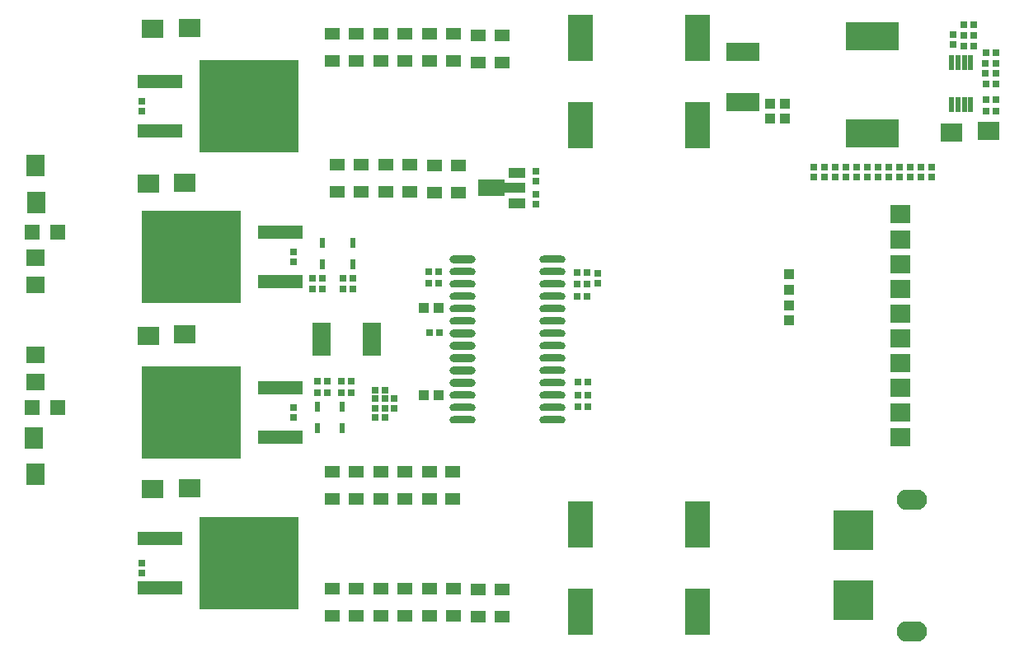
<source format=gts>
G04*
G04 #@! TF.GenerationSoftware,Altium Limited,Altium Designer,18.1.7 (191)*
G04*
G04 Layer_Color=8388736*
%FSLAX44Y44*%
%MOMM*%
G71*
G01*
G75*
%ADD40O,2.7016X0.8016*%
%ADD41O,2.7016X0.7620*%
%ADD42R,0.7016X0.7016*%
%ADD43R,1.9016X1.7016*%
%ADD44R,1.0816X1.0316*%
%ADD45R,3.5016X1.9016*%
%ADD46R,10.2616X9.6016*%
%ADD47R,4.6016X1.3516*%
%ADD48R,2.3016X1.9016*%
%ADD49R,0.5516X1.1016*%
%ADD50R,1.0316X1.0816*%
%ADD51R,1.6016X1.3016*%
%ADD52R,2.6016X4.7016*%
%ADD53R,1.6016X1.6016*%
%ADD54R,2.7016X1.8016*%
%ADD55R,1.8016X1.0016*%
%ADD56R,2.6016X1.0016*%
G04:AMPARAMS|DCode=57|XSize=1.5716mm|YSize=0.5816mm|CornerRadius=0.1108mm|HoleSize=0mm|Usage=FLASHONLY|Rotation=90.000|XOffset=0mm|YOffset=0mm|HoleType=Round|Shape=RoundedRectangle|*
%AMROUNDEDRECTD57*
21,1,1.5716,0.3600,0,0,90.0*
21,1,1.3500,0.5816,0,0,90.0*
1,1,0.2216,0.1800,0.6750*
1,1,0.2216,0.1800,-0.6750*
1,1,0.2216,-0.1800,-0.6750*
1,1,0.2216,-0.1800,0.6750*
%
%ADD57ROUNDEDRECTD57*%
%ADD58R,5.5016X3.0016*%
%ADD59R,0.7016X0.7016*%
%ADD60R,1.9016X3.5016*%
%ADD61R,1.9016X2.3016*%
%ADD62R,4.1016X4.1016*%
%ADD63O,3.1016X2.1016*%
%ADD64R,2.1016X1.9016*%
D40*
X1189000Y627550D02*
D03*
Y551350D02*
D03*
Y538650D02*
D03*
Y525950D02*
D03*
Y513250D02*
D03*
Y500550D02*
D03*
D41*
Y614850D02*
D03*
Y602150D02*
D03*
Y589450D02*
D03*
Y576750D02*
D03*
Y564050D02*
D03*
Y487850D02*
D03*
Y475150D02*
D03*
Y462450D02*
D03*
X1281000Y627550D02*
D03*
Y614850D02*
D03*
Y602150D02*
D03*
Y589450D02*
D03*
Y576750D02*
D03*
Y564050D02*
D03*
Y551350D02*
D03*
Y538650D02*
D03*
Y525950D02*
D03*
Y513250D02*
D03*
Y500550D02*
D03*
Y487850D02*
D03*
Y475150D02*
D03*
Y462450D02*
D03*
D42*
X1098920Y484000D02*
D03*
X1109080D02*
D03*
X1317080Y589000D02*
D03*
X1306920D02*
D03*
X1317080Y602000D02*
D03*
X1306920D02*
D03*
X1318080Y488000D02*
D03*
X1307920D02*
D03*
X1098920Y474000D02*
D03*
X1109080D02*
D03*
X1164080Y615000D02*
D03*
X1153920D02*
D03*
X1050000Y502000D02*
D03*
X1039840D02*
D03*
X1050000Y490000D02*
D03*
X1039840D02*
D03*
X1045080Y597000D02*
D03*
X1034920D02*
D03*
X1045080Y608000D02*
D03*
X1034920D02*
D03*
X1075080Y502000D02*
D03*
X1064920D02*
D03*
X1075080Y490000D02*
D03*
X1064920D02*
D03*
X1076080Y597000D02*
D03*
X1065920D02*
D03*
X1076080Y608000D02*
D03*
X1065920D02*
D03*
X1165080Y552000D02*
D03*
X1154920D02*
D03*
X1317080Y614000D02*
D03*
X1306920D02*
D03*
X1318080Y476000D02*
D03*
X1307920D02*
D03*
X1153920Y603000D02*
D03*
X1164080D02*
D03*
X1098920Y465000D02*
D03*
X1109080D02*
D03*
X1098920Y493000D02*
D03*
X1109080D02*
D03*
X1737080Y808000D02*
D03*
X1726920D02*
D03*
X1737080Y780000D02*
D03*
X1726920D02*
D03*
Y792000D02*
D03*
X1737080D02*
D03*
X1726920Y840000D02*
D03*
X1737080D02*
D03*
X1703920Y847000D02*
D03*
X1714080D02*
D03*
Y858000D02*
D03*
X1703920D02*
D03*
X1703920Y869000D02*
D03*
X1714080D02*
D03*
X1318080Y501000D02*
D03*
X1307920D02*
D03*
D43*
X750000Y629000D02*
D03*
Y601000D02*
D03*
Y501000D02*
D03*
Y529000D02*
D03*
D44*
X1524000Y579700D02*
D03*
Y564300D02*
D03*
X1505000Y772300D02*
D03*
Y787700D02*
D03*
X1520000Y772300D02*
D03*
Y787700D02*
D03*
X1524000Y611700D02*
D03*
Y596300D02*
D03*
D45*
X1477000Y789000D02*
D03*
Y841000D02*
D03*
D46*
X910000Y630000D02*
D03*
X970000Y785000D02*
D03*
X910000Y470000D02*
D03*
X970000Y315000D02*
D03*
D47*
X1001440Y604600D02*
D03*
Y655400D02*
D03*
X878560Y810400D02*
D03*
Y759600D02*
D03*
X1001440Y444600D02*
D03*
Y495400D02*
D03*
X878560Y340400D02*
D03*
Y289600D02*
D03*
D48*
X866000Y705000D02*
D03*
X904000Y706000D02*
D03*
X1729000Y759000D02*
D03*
X1691000Y758000D02*
D03*
X871000Y864000D02*
D03*
X909000Y865000D02*
D03*
X904000Y550000D02*
D03*
X866000Y549000D02*
D03*
X871000Y391000D02*
D03*
X909000Y392000D02*
D03*
D49*
X1076000Y622000D02*
D03*
Y644000D02*
D03*
X1040000Y476000D02*
D03*
Y454000D02*
D03*
X1045000Y622000D02*
D03*
Y644000D02*
D03*
X1065000Y476000D02*
D03*
Y454000D02*
D03*
D50*
X1164700Y488000D02*
D03*
X1149300D02*
D03*
X1149300Y577000D02*
D03*
X1164700D02*
D03*
D51*
X1080000Y858954D02*
D03*
Y831046D02*
D03*
X1160000Y696046D02*
D03*
Y723954D02*
D03*
X1055034Y289002D02*
D03*
Y261094D02*
D03*
X1230000Y260046D02*
D03*
Y287954D02*
D03*
X1054968Y408906D02*
D03*
Y380998D02*
D03*
X1079968Y408906D02*
D03*
Y380998D02*
D03*
X1129967Y408906D02*
D03*
Y380998D02*
D03*
X1105000Y858954D02*
D03*
Y831046D02*
D03*
X1055000Y858954D02*
D03*
Y831046D02*
D03*
X1179000Y408954D02*
D03*
Y381046D02*
D03*
X1185000Y696046D02*
D03*
Y723954D02*
D03*
X1104967Y408906D02*
D03*
Y380998D02*
D03*
X1205000Y260046D02*
D03*
Y287954D02*
D03*
X1154967Y408906D02*
D03*
Y380998D02*
D03*
X1180000Y261046D02*
D03*
Y288954D02*
D03*
X1155033Y261094D02*
D03*
Y289002D02*
D03*
X1130034Y261094D02*
D03*
Y289002D02*
D03*
X1105034Y261094D02*
D03*
Y289002D02*
D03*
X1080034Y261094D02*
D03*
Y289002D02*
D03*
X1130000Y858954D02*
D03*
Y831046D02*
D03*
X1155000Y858954D02*
D03*
Y831046D02*
D03*
X1180000Y858954D02*
D03*
Y831046D02*
D03*
X1135000Y697046D02*
D03*
Y724954D02*
D03*
X1110000Y697046D02*
D03*
Y724954D02*
D03*
X1085000Y697046D02*
D03*
Y724954D02*
D03*
X1060000Y697046D02*
D03*
Y724954D02*
D03*
X1205000Y857954D02*
D03*
Y830046D02*
D03*
X1229966Y857906D02*
D03*
Y829998D02*
D03*
D52*
X1430000Y765000D02*
D03*
Y855000D02*
D03*
X1310000Y355000D02*
D03*
Y265000D02*
D03*
X1430000Y355000D02*
D03*
Y265000D02*
D03*
X1310000Y765000D02*
D03*
Y855000D02*
D03*
D53*
X772954Y655000D02*
D03*
X747046D02*
D03*
X772954Y475000D02*
D03*
X747046D02*
D03*
D54*
X1219000Y701000D02*
D03*
D55*
X1245000Y716000D02*
D03*
Y685000D02*
D03*
D56*
X1241000Y701000D02*
D03*
D57*
X1691250Y786500D02*
D03*
X1697750D02*
D03*
X1704250D02*
D03*
X1710750D02*
D03*
Y829500D02*
D03*
X1704250D02*
D03*
X1697750D02*
D03*
X1691250D02*
D03*
D58*
X1610000Y857000D02*
D03*
Y757000D02*
D03*
D59*
X1671000Y722080D02*
D03*
Y711920D02*
D03*
X1015000Y475080D02*
D03*
Y464920D02*
D03*
Y624920D02*
D03*
Y635080D02*
D03*
X860000Y790080D02*
D03*
Y779920D02*
D03*
Y304920D02*
D03*
Y315080D02*
D03*
X1119000Y473920D02*
D03*
Y484080D02*
D03*
X1264000Y707920D02*
D03*
Y718080D02*
D03*
Y694080D02*
D03*
Y683920D02*
D03*
X1627000Y711920D02*
D03*
Y722080D02*
D03*
X1616000Y711920D02*
D03*
Y722080D02*
D03*
X1605000Y712000D02*
D03*
Y722160D02*
D03*
X1594000Y711920D02*
D03*
Y722080D02*
D03*
X1583000Y711920D02*
D03*
Y722080D02*
D03*
X1693000Y847920D02*
D03*
Y858080D02*
D03*
X1572000Y722080D02*
D03*
Y711920D02*
D03*
X1550000Y722080D02*
D03*
Y711920D02*
D03*
X1737000Y829080D02*
D03*
Y818920D02*
D03*
X1726000Y829080D02*
D03*
Y818920D02*
D03*
X1561000Y711920D02*
D03*
Y722080D02*
D03*
X1638000Y722080D02*
D03*
Y711920D02*
D03*
X1649000Y722080D02*
D03*
Y711920D02*
D03*
X1660000Y722080D02*
D03*
Y711920D02*
D03*
X1328000Y602920D02*
D03*
Y613080D02*
D03*
D60*
X1044000Y545000D02*
D03*
X1096000D02*
D03*
D61*
X751000Y686000D02*
D03*
X750000Y724000D02*
D03*
X749000Y444000D02*
D03*
X750000Y406000D02*
D03*
D62*
X1590000Y276500D02*
D03*
Y348500D02*
D03*
D63*
X1650000Y245000D02*
D03*
Y380000D02*
D03*
D64*
X1638800Y673800D02*
D03*
X1638400Y444500D02*
D03*
Y495300D02*
D03*
Y546100D02*
D03*
Y520700D02*
D03*
Y647700D02*
D03*
Y622300D02*
D03*
Y571500D02*
D03*
Y596900D02*
D03*
Y469900D02*
D03*
M02*

</source>
